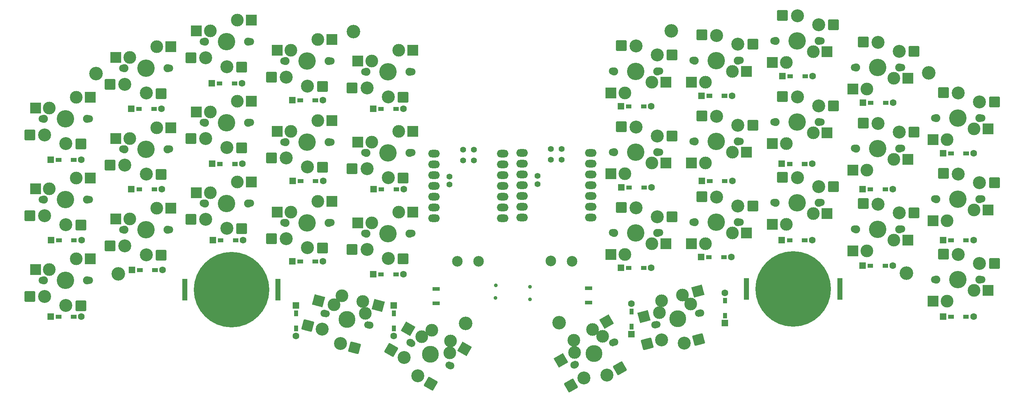
<source format=gbs>
G04 #@! TF.GenerationSoftware,KiCad,Pcbnew,(6.0.9)*
G04 #@! TF.CreationDate,2022-12-29T20:14:13-03:00*
G04 #@! TF.ProjectId,pulso - high,70756c73-6f20-42d2-9068-6967682e6b69,0.3*
G04 #@! TF.SameCoordinates,Original*
G04 #@! TF.FileFunction,Soldermask,Bot*
G04 #@! TF.FilePolarity,Negative*
%FSLAX46Y46*%
G04 Gerber Fmt 4.6, Leading zero omitted, Abs format (unit mm)*
G04 Created by KiCad (PCBNEW (6.0.9)) date 2022-12-29 20:14:13*
%MOMM*%
%LPD*%
G01*
G04 APERTURE LIST*
G04 Aperture macros list*
%AMRoundRect*
0 Rectangle with rounded corners*
0 $1 Rounding radius*
0 $2 $3 $4 $5 $6 $7 $8 $9 X,Y pos of 4 corners*
0 Add a 4 corners polygon primitive as box body*
4,1,4,$2,$3,$4,$5,$6,$7,$8,$9,$2,$3,0*
0 Add four circle primitives for the rounded corners*
1,1,$1+$1,$2,$3*
1,1,$1+$1,$4,$5*
1,1,$1+$1,$6,$7*
1,1,$1+$1,$8,$9*
0 Add four rect primitives between the rounded corners*
20,1,$1+$1,$2,$3,$4,$5,0*
20,1,$1+$1,$4,$5,$6,$7,0*
20,1,$1+$1,$6,$7,$8,$9,0*
20,1,$1+$1,$8,$9,$2,$3,0*%
%AMRotRect*
0 Rectangle, with rotation*
0 The origin of the aperture is its center*
0 $1 length*
0 $2 width*
0 $3 Rotation angle, in degrees counterclockwise*
0 Add horizontal line*
21,1,$1,$2,0,0,$3*%
G04 Aperture macros list end*
%ADD10C,0.100000*%
%ADD11O,2.750000X1.800000*%
%ADD12C,1.397000*%
%ADD13R,1.600000X1.600000*%
%ADD14C,1.600000*%
%ADD15C,2.500000*%
%ADD16C,0.900000*%
%ADD17C,17.800000*%
%ADD18R,1.270000X5.080000*%
%ADD19C,3.000000*%
%ADD20C,4.100000*%
%ADD21C,1.900000*%
%ADD22R,2.550000X2.500000*%
%ADD23C,3.400000*%
%ADD24C,3.050000*%
%ADD25C,1.800000*%
%ADD26RoundRect,0.250000X-1.025000X-1.000000X1.025000X-1.000000X1.025000X1.000000X-1.025000X1.000000X0*%
%ADD27RotRect,2.550000X2.500000X210.000000*%
%ADD28C,1.701800*%
%ADD29C,3.987800*%
%ADD30C,3.200000*%
%ADD31R,1.700000X0.900000*%
%ADD32RotRect,2.550000X2.500000X195.000000*%
%ADD33RoundRect,0.250000X1.248893X0.700636X-0.731255X1.231215X-1.248893X-0.700636X0.731255X-1.231215X0*%
%ADD34RoundRect,0.250000X1.387676X0.353525X-0.387676X1.378525X-1.387676X-0.353525X0.387676X-1.378525X0*%
%ADD35RoundRect,0.250000X0.387676X1.378525X-1.387676X0.353525X-0.387676X-1.378525X1.387676X-0.353525X0*%
%ADD36RoundRect,0.250000X0.731255X1.231215X-1.248893X0.700636X-0.731255X-1.231215X1.248893X-0.700636X0*%
%ADD37RoundRect,0.250000X1.025000X1.000000X-1.025000X1.000000X-1.025000X-1.000000X1.025000X-1.000000X0*%
%ADD38RotRect,2.550000X2.500000X345.000000*%
%ADD39RotRect,2.550000X2.500000X330.000000*%
G04 APERTURE END LIST*
G36*
X176425000Y-102399038D02*
G01*
X175575000Y-102399038D01*
X175575000Y-101199038D01*
X176425000Y-101199038D01*
X176425000Y-102399038D01*
G37*
D10*
X176425000Y-102399038D02*
X175575000Y-102399038D01*
X175575000Y-101199038D01*
X176425000Y-101199038D01*
X176425000Y-102399038D01*
G36*
X176425000Y-105949038D02*
G01*
X175575000Y-105949038D01*
X175575000Y-104749038D01*
X176425000Y-104749038D01*
X176425000Y-105949038D01*
G37*
X176425000Y-105949038D02*
X175575000Y-105949038D01*
X175575000Y-104749038D01*
X176425000Y-104749038D01*
X176425000Y-105949038D01*
G36*
X255375000Y-103425000D02*
G01*
X254175000Y-103425000D01*
X254175000Y-102575000D01*
X255375000Y-102575000D01*
X255375000Y-103425000D01*
G37*
X255375000Y-103425000D02*
X254175000Y-103425000D01*
X254175000Y-102575000D01*
X255375000Y-102575000D01*
X255375000Y-103425000D01*
G36*
X251825000Y-103425000D02*
G01*
X250625000Y-103425000D01*
X250625000Y-102575000D01*
X251825000Y-102575000D01*
X251825000Y-103425000D01*
G37*
X251825000Y-103425000D02*
X250625000Y-103425000D01*
X250625000Y-102575000D01*
X251825000Y-102575000D01*
X251825000Y-103425000D01*
G36*
X236375000Y-91425000D02*
G01*
X235175000Y-91425000D01*
X235175000Y-90575000D01*
X236375000Y-90575000D01*
X236375000Y-91425000D01*
G37*
X236375000Y-91425000D02*
X235175000Y-91425000D01*
X235175000Y-90575000D01*
X236375000Y-90575000D01*
X236375000Y-91425000D01*
G36*
X232825000Y-91425000D02*
G01*
X231625000Y-91425000D01*
X231625000Y-90575000D01*
X232825000Y-90575000D01*
X232825000Y-91425000D01*
G37*
X232825000Y-91425000D02*
X231625000Y-91425000D01*
X231625000Y-90575000D01*
X232825000Y-90575000D01*
X232825000Y-91425000D01*
G36*
X217375000Y-85425000D02*
G01*
X216175000Y-85425000D01*
X216175000Y-84575000D01*
X217375000Y-84575000D01*
X217375000Y-85425000D01*
G37*
X217375000Y-85425000D02*
X216175000Y-85425000D01*
X216175000Y-84575000D01*
X217375000Y-84575000D01*
X217375000Y-85425000D01*
G36*
X213825000Y-85425000D02*
G01*
X212625000Y-85425000D01*
X212625000Y-84575000D01*
X213825000Y-84575000D01*
X213825000Y-85425000D01*
G37*
X213825000Y-85425000D02*
X212625000Y-85425000D01*
X212625000Y-84575000D01*
X213825000Y-84575000D01*
X213825000Y-85425000D01*
G36*
X198375000Y-89425000D02*
G01*
X197175000Y-89425000D01*
X197175000Y-88575000D01*
X198375000Y-88575000D01*
X198375000Y-89425000D01*
G37*
X198375000Y-89425000D02*
X197175000Y-89425000D01*
X197175000Y-88575000D01*
X198375000Y-88575000D01*
X198375000Y-89425000D01*
G36*
X194825000Y-89425000D02*
G01*
X193625000Y-89425000D01*
X193625000Y-88575000D01*
X194825000Y-88575000D01*
X194825000Y-89425000D01*
G37*
X194825000Y-89425000D02*
X193625000Y-89425000D01*
X193625000Y-88575000D01*
X194825000Y-88575000D01*
X194825000Y-89425000D01*
G36*
X255375000Y-85425000D02*
G01*
X254175000Y-85425000D01*
X254175000Y-84575000D01*
X255375000Y-84575000D01*
X255375000Y-85425000D01*
G37*
X255375000Y-85425000D02*
X254175000Y-85425000D01*
X254175000Y-84575000D01*
X255375000Y-84575000D01*
X255375000Y-85425000D01*
G36*
X251825000Y-85425000D02*
G01*
X250625000Y-85425000D01*
X250625000Y-84575000D01*
X251825000Y-84575000D01*
X251825000Y-85425000D01*
G37*
X251825000Y-85425000D02*
X250625000Y-85425000D01*
X250625000Y-84575000D01*
X251825000Y-84575000D01*
X251825000Y-85425000D01*
G36*
X236375000Y-73425000D02*
G01*
X235175000Y-73425000D01*
X235175000Y-72575000D01*
X236375000Y-72575000D01*
X236375000Y-73425000D01*
G37*
X236375000Y-73425000D02*
X235175000Y-73425000D01*
X235175000Y-72575000D01*
X236375000Y-72575000D01*
X236375000Y-73425000D01*
G36*
X232825000Y-73425000D02*
G01*
X231625000Y-73425000D01*
X231625000Y-72575000D01*
X232825000Y-72575000D01*
X232825000Y-73425000D01*
G37*
X232825000Y-73425000D02*
X231625000Y-73425000D01*
X231625000Y-72575000D01*
X232825000Y-72575000D01*
X232825000Y-73425000D01*
G36*
X217375000Y-67425000D02*
G01*
X216175000Y-67425000D01*
X216175000Y-66575000D01*
X217375000Y-66575000D01*
X217375000Y-67425000D01*
G37*
X217375000Y-67425000D02*
X216175000Y-67425000D01*
X216175000Y-66575000D01*
X217375000Y-66575000D01*
X217375000Y-67425000D01*
G36*
X213825000Y-67425000D02*
G01*
X212625000Y-67425000D01*
X212625000Y-66575000D01*
X213825000Y-66575000D01*
X213825000Y-67425000D01*
G37*
X213825000Y-67425000D02*
X212625000Y-67425000D01*
X212625000Y-66575000D01*
X213825000Y-66575000D01*
X213825000Y-67425000D01*
G36*
X198563848Y-71425000D02*
G01*
X197363848Y-71425000D01*
X197363848Y-70575000D01*
X198563848Y-70575000D01*
X198563848Y-71425000D01*
G37*
X198563848Y-71425000D02*
X197363848Y-71425000D01*
X197363848Y-70575000D01*
X198563848Y-70575000D01*
X198563848Y-71425000D01*
G36*
X195013848Y-71425000D02*
G01*
X193813848Y-71425000D01*
X193813848Y-70575000D01*
X195013848Y-70575000D01*
X195013848Y-71425000D01*
G37*
X195013848Y-71425000D02*
X193813848Y-71425000D01*
X193813848Y-70575000D01*
X195013848Y-70575000D01*
X195013848Y-71425000D01*
G36*
X198425000Y-99825000D02*
G01*
X197575000Y-99825000D01*
X197575000Y-98625000D01*
X198425000Y-98625000D01*
X198425000Y-99825000D01*
G37*
X198425000Y-99825000D02*
X197575000Y-99825000D01*
X197575000Y-98625000D01*
X198425000Y-98625000D01*
X198425000Y-99825000D01*
G36*
X198425000Y-103375000D02*
G01*
X197575000Y-103375000D01*
X197575000Y-102175000D01*
X198425000Y-102175000D01*
X198425000Y-103375000D01*
G37*
X198425000Y-103375000D02*
X197575000Y-103375000D01*
X197575000Y-102175000D01*
X198425000Y-102175000D01*
X198425000Y-103375000D01*
G36*
X120425000Y-102825000D02*
G01*
X119575000Y-102825000D01*
X119575000Y-101625000D01*
X120425000Y-101625000D01*
X120425000Y-102825000D01*
G37*
X120425000Y-102825000D02*
X119575000Y-102825000D01*
X119575000Y-101625000D01*
X120425000Y-101625000D01*
X120425000Y-102825000D01*
G36*
X120425000Y-106375000D02*
G01*
X119575000Y-106375000D01*
X119575000Y-105175000D01*
X120425000Y-105175000D01*
X120425000Y-106375000D01*
G37*
X120425000Y-106375000D02*
X119575000Y-106375000D01*
X119575000Y-105175000D01*
X120425000Y-105175000D01*
X120425000Y-106375000D01*
G36*
X97425000Y-106375000D02*
G01*
X96575000Y-106375000D01*
X96575000Y-105175000D01*
X97425000Y-105175000D01*
X97425000Y-106375000D01*
G37*
X97425000Y-106375000D02*
X96575000Y-106375000D01*
X96575000Y-105175000D01*
X97425000Y-105175000D01*
X97425000Y-106375000D01*
G36*
X97425000Y-102825000D02*
G01*
X96575000Y-102825000D01*
X96575000Y-101625000D01*
X97425000Y-101625000D01*
X97425000Y-102825000D01*
G37*
X97425000Y-102825000D02*
X96575000Y-102825000D01*
X96575000Y-101625000D01*
X97425000Y-101625000D01*
X97425000Y-102825000D01*
G36*
X179488848Y-53865000D02*
G01*
X178288848Y-53865000D01*
X178288848Y-53015000D01*
X179488848Y-53015000D01*
X179488848Y-53865000D01*
G37*
X179488848Y-53865000D02*
X178288848Y-53865000D01*
X178288848Y-53015000D01*
X179488848Y-53015000D01*
X179488848Y-53865000D01*
G36*
X175938848Y-53865000D02*
G01*
X174738848Y-53865000D01*
X174738848Y-53015000D01*
X175938848Y-53015000D01*
X175938848Y-53865000D01*
G37*
X175938848Y-53865000D02*
X174738848Y-53865000D01*
X174738848Y-53015000D01*
X175938848Y-53015000D01*
X175938848Y-53865000D01*
G36*
X179563848Y-72965000D02*
G01*
X178363848Y-72965000D01*
X178363848Y-72115000D01*
X179563848Y-72115000D01*
X179563848Y-72965000D01*
G37*
X179563848Y-72965000D02*
X178363848Y-72965000D01*
X178363848Y-72115000D01*
X179563848Y-72115000D01*
X179563848Y-72965000D01*
G36*
X176013848Y-72965000D02*
G01*
X174813848Y-72965000D01*
X174813848Y-72115000D01*
X176013848Y-72115000D01*
X176013848Y-72965000D01*
G37*
X176013848Y-72965000D02*
X174813848Y-72965000D01*
X174813848Y-72115000D01*
X176013848Y-72115000D01*
X176013848Y-72965000D01*
G36*
X179488848Y-91915000D02*
G01*
X178288848Y-91915000D01*
X178288848Y-91065000D01*
X179488848Y-91065000D01*
X179488848Y-91915000D01*
G37*
X179488848Y-91915000D02*
X178288848Y-91915000D01*
X178288848Y-91065000D01*
X179488848Y-91065000D01*
X179488848Y-91915000D01*
G36*
X175938848Y-91915000D02*
G01*
X174738848Y-91915000D01*
X174738848Y-91065000D01*
X175938848Y-91065000D01*
X175938848Y-91915000D01*
G37*
X175938848Y-91915000D02*
X174738848Y-91915000D01*
X174738848Y-91065000D01*
X175938848Y-91065000D01*
X175938848Y-91915000D01*
G36*
X198488848Y-51340000D02*
G01*
X197288848Y-51340000D01*
X197288848Y-50490000D01*
X198488848Y-50490000D01*
X198488848Y-51340000D01*
G37*
X198488848Y-51340000D02*
X197288848Y-51340000D01*
X197288848Y-50490000D01*
X198488848Y-50490000D01*
X198488848Y-51340000D01*
G36*
X194938848Y-51340000D02*
G01*
X193738848Y-51340000D01*
X193738848Y-50490000D01*
X194938848Y-50490000D01*
X194938848Y-51340000D01*
G37*
X194938848Y-51340000D02*
X193738848Y-51340000D01*
X193738848Y-50490000D01*
X194938848Y-50490000D01*
X194938848Y-51340000D01*
G36*
X217478848Y-46748000D02*
G01*
X216278848Y-46748000D01*
X216278848Y-45898000D01*
X217478848Y-45898000D01*
X217478848Y-46748000D01*
G37*
X217478848Y-46748000D02*
X216278848Y-46748000D01*
X216278848Y-45898000D01*
X217478848Y-45898000D01*
X217478848Y-46748000D01*
G36*
X213928848Y-46748000D02*
G01*
X212728848Y-46748000D01*
X212728848Y-45898000D01*
X213928848Y-45898000D01*
X213928848Y-46748000D01*
G37*
X213928848Y-46748000D02*
X212728848Y-46748000D01*
X212728848Y-45898000D01*
X213928848Y-45898000D01*
X213928848Y-46748000D01*
G36*
X236478848Y-52998000D02*
G01*
X235278848Y-52998000D01*
X235278848Y-52148000D01*
X236478848Y-52148000D01*
X236478848Y-52998000D01*
G37*
X236478848Y-52998000D02*
X235278848Y-52998000D01*
X235278848Y-52148000D01*
X236478848Y-52148000D01*
X236478848Y-52998000D01*
G36*
X232928848Y-52998000D02*
G01*
X231728848Y-52998000D01*
X231728848Y-52148000D01*
X232928848Y-52148000D01*
X232928848Y-52998000D01*
G37*
X232928848Y-52998000D02*
X231728848Y-52998000D01*
X231728848Y-52148000D01*
X232928848Y-52148000D01*
X232928848Y-52998000D01*
G36*
X251831000Y-64929295D02*
G01*
X250631000Y-64929295D01*
X250631000Y-64079295D01*
X251831000Y-64079295D01*
X251831000Y-64929295D01*
G37*
X251831000Y-64929295D02*
X250631000Y-64929295D01*
X250631000Y-64079295D01*
X251831000Y-64079295D01*
X251831000Y-64929295D01*
G36*
X255381000Y-64929295D02*
G01*
X254181000Y-64929295D01*
X254181000Y-64079295D01*
X255381000Y-64079295D01*
X255381000Y-64929295D01*
G37*
X255381000Y-64929295D02*
X254181000Y-64929295D01*
X254181000Y-64079295D01*
X255381000Y-64079295D01*
X255381000Y-64929295D01*
G36*
X121136652Y-93425000D02*
G01*
X119936652Y-93425000D01*
X119936652Y-92575000D01*
X121136652Y-92575000D01*
X121136652Y-93425000D01*
G37*
X121136652Y-93425000D02*
X119936652Y-93425000D01*
X119936652Y-92575000D01*
X121136652Y-92575000D01*
X121136652Y-93425000D01*
G36*
X117586652Y-93425000D02*
G01*
X116386652Y-93425000D01*
X116386652Y-92575000D01*
X117586652Y-92575000D01*
X117586652Y-93425000D01*
G37*
X117586652Y-93425000D02*
X116386652Y-93425000D01*
X116386652Y-92575000D01*
X117586652Y-92575000D01*
X117586652Y-93425000D01*
G36*
X117586652Y-54425000D02*
G01*
X116386652Y-54425000D01*
X116386652Y-53575000D01*
X117586652Y-53575000D01*
X117586652Y-54425000D01*
G37*
X117586652Y-54425000D02*
X116386652Y-54425000D01*
X116386652Y-53575000D01*
X117586652Y-53575000D01*
X117586652Y-54425000D01*
G36*
X121136652Y-54425000D02*
G01*
X119936652Y-54425000D01*
X119936652Y-53575000D01*
X121136652Y-53575000D01*
X121136652Y-54425000D01*
G37*
X121136652Y-54425000D02*
X119936652Y-54425000D01*
X119936652Y-53575000D01*
X121136652Y-53575000D01*
X121136652Y-54425000D01*
G36*
X121211652Y-73425000D02*
G01*
X120011652Y-73425000D01*
X120011652Y-72575000D01*
X121211652Y-72575000D01*
X121211652Y-73425000D01*
G37*
X121211652Y-73425000D02*
X120011652Y-73425000D01*
X120011652Y-72575000D01*
X121211652Y-72575000D01*
X121211652Y-73425000D01*
G36*
X117661652Y-73425000D02*
G01*
X116461652Y-73425000D01*
X116461652Y-72575000D01*
X117661652Y-72575000D01*
X117661652Y-73425000D01*
G37*
X117661652Y-73425000D02*
X116461652Y-73425000D01*
X116461652Y-72575000D01*
X117661652Y-72575000D01*
X117661652Y-73425000D01*
G36*
X102136652Y-90425000D02*
G01*
X100936652Y-90425000D01*
X100936652Y-89575000D01*
X102136652Y-89575000D01*
X102136652Y-90425000D01*
G37*
X102136652Y-90425000D02*
X100936652Y-90425000D01*
X100936652Y-89575000D01*
X102136652Y-89575000D01*
X102136652Y-90425000D01*
G36*
X98586652Y-90425000D02*
G01*
X97386652Y-90425000D01*
X97386652Y-89575000D01*
X98586652Y-89575000D01*
X98586652Y-90425000D01*
G37*
X98586652Y-90425000D02*
X97386652Y-90425000D01*
X97386652Y-89575000D01*
X98586652Y-89575000D01*
X98586652Y-90425000D01*
G36*
X98586652Y-52425000D02*
G01*
X97386652Y-52425000D01*
X97386652Y-51575000D01*
X98586652Y-51575000D01*
X98586652Y-52425000D01*
G37*
X98586652Y-52425000D02*
X97386652Y-52425000D01*
X97386652Y-51575000D01*
X98586652Y-51575000D01*
X98586652Y-52425000D01*
G36*
X102136652Y-52425000D02*
G01*
X100936652Y-52425000D01*
X100936652Y-51575000D01*
X102136652Y-51575000D01*
X102136652Y-52425000D01*
G37*
X102136652Y-52425000D02*
X100936652Y-52425000D01*
X100936652Y-51575000D01*
X102136652Y-51575000D01*
X102136652Y-52425000D01*
G36*
X102211652Y-71425000D02*
G01*
X101011652Y-71425000D01*
X101011652Y-70575000D01*
X102211652Y-70575000D01*
X102211652Y-71425000D01*
G37*
X102211652Y-71425000D02*
X101011652Y-71425000D01*
X101011652Y-70575000D01*
X102211652Y-70575000D01*
X102211652Y-71425000D01*
G36*
X98661652Y-71425000D02*
G01*
X97461652Y-71425000D01*
X97461652Y-70575000D01*
X98661652Y-70575000D01*
X98661652Y-71425000D01*
G37*
X98661652Y-71425000D02*
X97461652Y-71425000D01*
X97461652Y-70575000D01*
X98661652Y-70575000D01*
X98661652Y-71425000D01*
G36*
X83375000Y-85425000D02*
G01*
X82175000Y-85425000D01*
X82175000Y-84575000D01*
X83375000Y-84575000D01*
X83375000Y-85425000D01*
G37*
X83375000Y-85425000D02*
X82175000Y-85425000D01*
X82175000Y-84575000D01*
X83375000Y-84575000D01*
X83375000Y-85425000D01*
G36*
X79825000Y-85425000D02*
G01*
X78625000Y-85425000D01*
X78625000Y-84575000D01*
X79825000Y-84575000D01*
X79825000Y-85425000D01*
G37*
X79825000Y-85425000D02*
X78625000Y-85425000D01*
X78625000Y-84575000D01*
X79825000Y-84575000D01*
X79825000Y-85425000D01*
G36*
X83221652Y-67425000D02*
G01*
X82021652Y-67425000D01*
X82021652Y-66575000D01*
X83221652Y-66575000D01*
X83221652Y-67425000D01*
G37*
X83221652Y-67425000D02*
X82021652Y-67425000D01*
X82021652Y-66575000D01*
X83221652Y-66575000D01*
X83221652Y-67425000D01*
G36*
X79671652Y-67425000D02*
G01*
X78471652Y-67425000D01*
X78471652Y-66575000D01*
X79671652Y-66575000D01*
X79671652Y-67425000D01*
G37*
X79671652Y-67425000D02*
X78471652Y-67425000D01*
X78471652Y-66575000D01*
X79671652Y-66575000D01*
X79671652Y-67425000D01*
G36*
X79596652Y-48425000D02*
G01*
X78396652Y-48425000D01*
X78396652Y-47575000D01*
X79596652Y-47575000D01*
X79596652Y-48425000D01*
G37*
X79596652Y-48425000D02*
X78396652Y-48425000D01*
X78396652Y-47575000D01*
X79596652Y-47575000D01*
X79596652Y-48425000D01*
G36*
X83146652Y-48425000D02*
G01*
X81946652Y-48425000D01*
X81946652Y-47575000D01*
X83146652Y-47575000D01*
X83146652Y-48425000D01*
G37*
X83146652Y-48425000D02*
X81946652Y-48425000D01*
X81946652Y-47575000D01*
X83146652Y-47575000D01*
X83146652Y-48425000D01*
G36*
X64375000Y-92425000D02*
G01*
X63175000Y-92425000D01*
X63175000Y-91575000D01*
X64375000Y-91575000D01*
X64375000Y-92425000D01*
G37*
X64375000Y-92425000D02*
X63175000Y-92425000D01*
X63175000Y-91575000D01*
X64375000Y-91575000D01*
X64375000Y-92425000D01*
G36*
X60825000Y-92425000D02*
G01*
X59625000Y-92425000D01*
X59625000Y-91575000D01*
X60825000Y-91575000D01*
X60825000Y-92425000D01*
G37*
X60825000Y-92425000D02*
X59625000Y-92425000D01*
X59625000Y-91575000D01*
X60825000Y-91575000D01*
X60825000Y-92425000D01*
G36*
X64221652Y-73425000D02*
G01*
X63021652Y-73425000D01*
X63021652Y-72575000D01*
X64221652Y-72575000D01*
X64221652Y-73425000D01*
G37*
X64221652Y-73425000D02*
X63021652Y-73425000D01*
X63021652Y-72575000D01*
X64221652Y-72575000D01*
X64221652Y-73425000D01*
G36*
X60671652Y-73425000D02*
G01*
X59471652Y-73425000D01*
X59471652Y-72575000D01*
X60671652Y-72575000D01*
X60671652Y-73425000D01*
G37*
X60671652Y-73425000D02*
X59471652Y-73425000D01*
X59471652Y-72575000D01*
X60671652Y-72575000D01*
X60671652Y-73425000D01*
G36*
X60596652Y-54425000D02*
G01*
X59396652Y-54425000D01*
X59396652Y-53575000D01*
X60596652Y-53575000D01*
X60596652Y-54425000D01*
G37*
X60596652Y-54425000D02*
X59396652Y-54425000D01*
X59396652Y-53575000D01*
X60596652Y-53575000D01*
X60596652Y-54425000D01*
G36*
X64146652Y-54425000D02*
G01*
X62946652Y-54425000D01*
X62946652Y-53575000D01*
X64146652Y-53575000D01*
X64146652Y-54425000D01*
G37*
X64146652Y-54425000D02*
X62946652Y-54425000D01*
X62946652Y-53575000D01*
X64146652Y-53575000D01*
X64146652Y-54425000D01*
G36*
X41769500Y-85425000D02*
G01*
X40569500Y-85425000D01*
X40569500Y-84575000D01*
X41769500Y-84575000D01*
X41769500Y-85425000D01*
G37*
X41769500Y-85425000D02*
X40569500Y-85425000D01*
X40569500Y-84575000D01*
X41769500Y-84575000D01*
X41769500Y-85425000D01*
G36*
X45319500Y-85425000D02*
G01*
X44119500Y-85425000D01*
X44119500Y-84575000D01*
X45319500Y-84575000D01*
X45319500Y-85425000D01*
G37*
X45319500Y-85425000D02*
X44119500Y-85425000D01*
X44119500Y-84575000D01*
X45319500Y-84575000D01*
X45319500Y-85425000D01*
G36*
X41694500Y-103425000D02*
G01*
X40494500Y-103425000D01*
X40494500Y-102575000D01*
X41694500Y-102575000D01*
X41694500Y-103425000D01*
G37*
X41694500Y-103425000D02*
X40494500Y-103425000D01*
X40494500Y-102575000D01*
X41694500Y-102575000D01*
X41694500Y-103425000D01*
G36*
X45244500Y-103425000D02*
G01*
X44044500Y-103425000D01*
X44044500Y-102575000D01*
X45244500Y-102575000D01*
X45244500Y-103425000D01*
G37*
X45244500Y-103425000D02*
X44044500Y-103425000D01*
X44044500Y-102575000D01*
X45244500Y-102575000D01*
X45244500Y-103425000D01*
G36*
X41694500Y-66425000D02*
G01*
X40494500Y-66425000D01*
X40494500Y-65575000D01*
X41694500Y-65575000D01*
X41694500Y-66425000D01*
G37*
X41694500Y-66425000D02*
X40494500Y-66425000D01*
X40494500Y-65575000D01*
X41694500Y-65575000D01*
X41694500Y-66425000D01*
G36*
X45244500Y-66425000D02*
G01*
X44044500Y-66425000D01*
X44044500Y-65575000D01*
X45244500Y-65575000D01*
X45244500Y-66425000D01*
G37*
X45244500Y-66425000D02*
X44044500Y-66425000D01*
X44044500Y-65575000D01*
X45244500Y-65575000D01*
X45244500Y-66425000D01*
D11*
X150255000Y-64454907D03*
X150255000Y-66994907D03*
X150255000Y-69534907D03*
X150255000Y-72074907D03*
X150255000Y-74614907D03*
X150255000Y-77154907D03*
X150255000Y-79694907D03*
X166445000Y-79694907D03*
X166445000Y-77154907D03*
X166445000Y-74614907D03*
X166445000Y-72074907D03*
X166445000Y-69534907D03*
X166445000Y-66994907D03*
X166445000Y-64454907D03*
D12*
X157080000Y-63502907D03*
X159620000Y-63502907D03*
X157080000Y-66042907D03*
X159620000Y-66042907D03*
X153905000Y-71757907D03*
X153905000Y-69852907D03*
D13*
X176000000Y-107150038D03*
D14*
X176000000Y-99998038D03*
D13*
X249424000Y-103000000D03*
D14*
X256576000Y-103000000D03*
D13*
X230424000Y-91000000D03*
D14*
X237576000Y-91000000D03*
D13*
X211424000Y-85000000D03*
D14*
X218576000Y-85000000D03*
D13*
X192424000Y-89000000D03*
D14*
X199576000Y-89000000D03*
D13*
X249424000Y-85000000D03*
D14*
X256576000Y-85000000D03*
D13*
X230424000Y-73000000D03*
D14*
X237576000Y-73000000D03*
D13*
X211424000Y-67000000D03*
D14*
X218576000Y-67000000D03*
D13*
X192612848Y-71000000D03*
D14*
X199764848Y-71000000D03*
D13*
X198000000Y-104576000D03*
D14*
X198000000Y-97424000D03*
D13*
X120000000Y-100424000D03*
D14*
X120000000Y-107576000D03*
D13*
X97000000Y-100424000D03*
D14*
X97000000Y-107576000D03*
D15*
X140000000Y-90000000D03*
X157075000Y-89900000D03*
X135000000Y-90000000D03*
X162000000Y-90000000D03*
D16*
X144000000Y-98625000D03*
X144050000Y-95625000D03*
X152150000Y-96000000D03*
X152100000Y-99000000D03*
D17*
X214108152Y-96504295D03*
D18*
X225093152Y-96504295D03*
X203123152Y-96504295D03*
D19*
X174473848Y-69328000D03*
D20*
X177013848Y-64248000D03*
D21*
X171933848Y-64248000D03*
D19*
X180823848Y-66788000D03*
D21*
X182093848Y-64248000D03*
D22*
X184098848Y-66788000D03*
X171171848Y-69328000D03*
D13*
X173537848Y-53440000D03*
D14*
X180689848Y-53440000D03*
D19*
X174473848Y-88363000D03*
D20*
X177013848Y-83283000D03*
D21*
X171933848Y-83283000D03*
D19*
X180823848Y-85823000D03*
D21*
X182093848Y-83283000D03*
D22*
X184098848Y-85823000D03*
X171171848Y-88363000D03*
D23*
X177091000Y-45126205D03*
D24*
X182091000Y-41326205D03*
D25*
X182591000Y-45126205D03*
X171591000Y-45126205D03*
D24*
X177091000Y-39226205D03*
D26*
X173591000Y-39126205D03*
X185591000Y-41326205D03*
D13*
X173612848Y-72540000D03*
D14*
X180764848Y-72540000D03*
D23*
X177091000Y-83251205D03*
D24*
X182091000Y-79451205D03*
D25*
X182591000Y-83251205D03*
X171591000Y-83251205D03*
D24*
X177091000Y-77351205D03*
D26*
X173591000Y-77251205D03*
X185591000Y-79451205D03*
D23*
X177091000Y-64216205D03*
D24*
X182091000Y-60416205D03*
D25*
X182591000Y-64216205D03*
X171591000Y-64216205D03*
D24*
X177091000Y-58316205D03*
D26*
X173591000Y-58216205D03*
X185591000Y-60416205D03*
D13*
X173537848Y-91490000D03*
D14*
X180689848Y-91490000D03*
D19*
X174473848Y-50238000D03*
D20*
X177013848Y-45158000D03*
D21*
X171933848Y-45158000D03*
D19*
X180823848Y-47698000D03*
D21*
X182093848Y-45158000D03*
D22*
X184098848Y-47698000D03*
X171171848Y-50238000D03*
D19*
X193473848Y-66803000D03*
D20*
X196013848Y-61723000D03*
D21*
X190933848Y-61723000D03*
D19*
X199823848Y-64263000D03*
D21*
X201093848Y-61723000D03*
D22*
X203098848Y-64263000D03*
X190171848Y-66803000D03*
D19*
X193473848Y-47713000D03*
D20*
X196013848Y-42633000D03*
D21*
X190933848Y-42633000D03*
D19*
X199823848Y-45173000D03*
D21*
X201093848Y-42633000D03*
D22*
X203098848Y-45173000D03*
X190171848Y-47713000D03*
D19*
X193473848Y-85838000D03*
D20*
X196013848Y-80758000D03*
D21*
X190933848Y-80758000D03*
D19*
X199823848Y-83298000D03*
D21*
X201093848Y-80758000D03*
D22*
X203098848Y-83298000D03*
X190171848Y-85838000D03*
D23*
X196091000Y-42601205D03*
D24*
X201091000Y-38801205D03*
D25*
X201591000Y-42601205D03*
X190591000Y-42601205D03*
D24*
X196091000Y-36701205D03*
D26*
X192591000Y-36601205D03*
X204591000Y-38801205D03*
D13*
X192537848Y-50915000D03*
D14*
X199689848Y-50915000D03*
D23*
X196091000Y-80726205D03*
D24*
X201091000Y-76926205D03*
D25*
X201591000Y-80726205D03*
X190591000Y-80726205D03*
D24*
X196091000Y-74826205D03*
D26*
X192591000Y-74726205D03*
X204591000Y-76926205D03*
D23*
X196091000Y-61691205D03*
D24*
X201091000Y-57891205D03*
D25*
X201591000Y-61691205D03*
X190591000Y-61691205D03*
D24*
X196091000Y-55791205D03*
D26*
X192591000Y-55691205D03*
X204591000Y-57891205D03*
D19*
X212463848Y-43121000D03*
D20*
X215003848Y-38041000D03*
D21*
X209923848Y-38041000D03*
D19*
X218813848Y-40581000D03*
D21*
X220083848Y-38041000D03*
D22*
X222088848Y-40581000D03*
X209161848Y-43121000D03*
D23*
X215081000Y-38009205D03*
D24*
X220081000Y-34209205D03*
D25*
X220581000Y-38009205D03*
X209581000Y-38009205D03*
D24*
X215081000Y-32109205D03*
D26*
X211581000Y-32009205D03*
X223581000Y-34209205D03*
D23*
X215081000Y-57099205D03*
D24*
X220081000Y-53299205D03*
D25*
X220581000Y-57099205D03*
X209581000Y-57099205D03*
D24*
X215081000Y-51199205D03*
D26*
X211581000Y-51099205D03*
X223581000Y-53299205D03*
D13*
X211527848Y-46323000D03*
D14*
X218679848Y-46323000D03*
D19*
X212463848Y-62211000D03*
D20*
X215003848Y-57131000D03*
D21*
X209923848Y-57131000D03*
D19*
X218813848Y-59671000D03*
D21*
X220083848Y-57131000D03*
D22*
X222088848Y-59671000D03*
X209161848Y-62211000D03*
D23*
X215081000Y-76134205D03*
D24*
X220081000Y-72334205D03*
D25*
X220581000Y-76134205D03*
X209581000Y-76134205D03*
D24*
X215081000Y-70234205D03*
D26*
X211581000Y-70134205D03*
X223581000Y-72334205D03*
D19*
X212463848Y-81246000D03*
D20*
X215003848Y-76166000D03*
D21*
X209923848Y-76166000D03*
D19*
X218813848Y-78706000D03*
D21*
X220083848Y-76166000D03*
D22*
X222088848Y-78706000D03*
X209161848Y-81246000D03*
D13*
X230527848Y-52573000D03*
D14*
X237679848Y-52573000D03*
D22*
X228161848Y-49371000D03*
X241088848Y-46831000D03*
D21*
X239083848Y-44291000D03*
D19*
X237813848Y-46831000D03*
D21*
X228923848Y-44291000D03*
D20*
X234003848Y-44291000D03*
D19*
X231463848Y-49371000D03*
X231463848Y-68461000D03*
D20*
X234003848Y-63381000D03*
D21*
X228923848Y-63381000D03*
D19*
X237813848Y-65921000D03*
D21*
X239083848Y-63381000D03*
D22*
X241088848Y-65921000D03*
X228161848Y-68461000D03*
D26*
X242581000Y-40459205D03*
X230581000Y-38259205D03*
D24*
X234081000Y-38359205D03*
D25*
X228581000Y-44259205D03*
X239581000Y-44259205D03*
D24*
X239081000Y-40459205D03*
D23*
X234081000Y-44259205D03*
X234081000Y-63349205D03*
D24*
X239081000Y-59549205D03*
D25*
X239581000Y-63349205D03*
X228581000Y-63349205D03*
D24*
X234081000Y-57449205D03*
D26*
X230581000Y-57349205D03*
X242581000Y-59549205D03*
D19*
X231463848Y-87496000D03*
D20*
X234003848Y-82416000D03*
D21*
X228923848Y-82416000D03*
D19*
X237813848Y-84956000D03*
D21*
X239083848Y-82416000D03*
D22*
X241088848Y-84956000D03*
X228161848Y-87496000D03*
D23*
X234081000Y-82384205D03*
D24*
X239081000Y-78584205D03*
D25*
X239581000Y-82384205D03*
X228581000Y-82384205D03*
D24*
X234081000Y-76484205D03*
D26*
X230581000Y-76384205D03*
X242581000Y-78584205D03*
X261483152Y-90515500D03*
X249483152Y-88315500D03*
D24*
X252983152Y-88415500D03*
D25*
X247483152Y-94315500D03*
X258483152Y-94315500D03*
D24*
X257983152Y-90515500D03*
D23*
X252983152Y-94315500D03*
D22*
X247064000Y-61302295D03*
X259991000Y-58762295D03*
D21*
X257986000Y-56222295D03*
D19*
X256716000Y-58762295D03*
D21*
X247826000Y-56222295D03*
D20*
X252906000Y-56222295D03*
D19*
X250366000Y-61302295D03*
X250366000Y-80392295D03*
D20*
X252906000Y-75312295D03*
D21*
X247826000Y-75312295D03*
D19*
X256716000Y-77852295D03*
D21*
X257986000Y-75312295D03*
D22*
X259991000Y-77852295D03*
X247064000Y-80392295D03*
D26*
X261483152Y-52390500D03*
X249483152Y-50190500D03*
D24*
X252983152Y-50290500D03*
D25*
X247483152Y-56190500D03*
X258483152Y-56190500D03*
D24*
X257983152Y-52390500D03*
D23*
X252983152Y-56190500D03*
D22*
X247064000Y-99427295D03*
X259991000Y-96887295D03*
D21*
X257986000Y-94347295D03*
D19*
X256716000Y-96887295D03*
D21*
X247826000Y-94347295D03*
D20*
X252906000Y-94347295D03*
D19*
X250366000Y-99427295D03*
D14*
X256582000Y-64504295D03*
D13*
X249430000Y-64504295D03*
D23*
X252983152Y-75280500D03*
D24*
X257983152Y-71480500D03*
D25*
X258483152Y-75280500D03*
X247483152Y-75280500D03*
D24*
X252983152Y-69380500D03*
D26*
X249483152Y-69280500D03*
X261483152Y-71480500D03*
D27*
X159413848Y-113339295D03*
X170138300Y-104214591D03*
D28*
X162831591Y-114299000D03*
X171630409Y-109219000D03*
D19*
X162491295Y-108629591D03*
D29*
X167231000Y-111759000D03*
D19*
X166890705Y-106089591D03*
X162661443Y-111464295D03*
X169260557Y-107654295D03*
D30*
X158989000Y-104477000D03*
D31*
X165890000Y-99713000D03*
X165890000Y-96313000D03*
D28*
X191815903Y-102228199D03*
D19*
X182571422Y-102075649D03*
D29*
X186909000Y-103543000D03*
D19*
X183140748Y-99293497D03*
X189931777Y-100103448D03*
X188047651Y-97978696D03*
D28*
X182002097Y-104857801D03*
D32*
X191669873Y-97008125D03*
X178949200Y-103046220D03*
D30*
X240777000Y-92793000D03*
X245984000Y-45549000D03*
X185405000Y-35643000D03*
D24*
X107494620Y-109348962D03*
D25*
X103709060Y-102226495D03*
D23*
X109021652Y-103650000D03*
D25*
X114334244Y-105073505D03*
D24*
X103208510Y-106026423D03*
D33*
X110849478Y-110351422D03*
X99827770Y-105120556D03*
D23*
X128690250Y-111875000D03*
D24*
X125740250Y-116984550D03*
X122460123Y-112665897D03*
D25*
X133453390Y-114625000D03*
X123927110Y-109125000D03*
D34*
X128721339Y-118821152D03*
X119429034Y-110915897D03*
D24*
X170225500Y-116857550D03*
D25*
X162512360Y-114498000D03*
X172038640Y-108998000D03*
D23*
X167275500Y-111748000D03*
D24*
X164845373Y-117538897D03*
D35*
X173306589Y-115194152D03*
X161814284Y-119288897D03*
D24*
X183077351Y-108538651D03*
D25*
X192236060Y-102150533D03*
D23*
X186923468Y-103574038D03*
D25*
X181610876Y-104997543D03*
D24*
X188450500Y-109273000D03*
D36*
X191857123Y-108463726D03*
X179696611Y-109444518D03*
D13*
X115185652Y-93000000D03*
D14*
X122337652Y-93000000D03*
X122337652Y-54000000D03*
D13*
X115185652Y-54000000D03*
X115260652Y-73000000D03*
D14*
X122412652Y-73000000D03*
D23*
X118738804Y-45278205D03*
D24*
X113738804Y-49078205D03*
D25*
X113238804Y-45278205D03*
X124238804Y-45278205D03*
D24*
X118738804Y-51178205D03*
D37*
X122238804Y-51278205D03*
X110238804Y-49078205D03*
D19*
X121201652Y-40230000D03*
D20*
X118661652Y-45310000D03*
D21*
X123741652Y-45310000D03*
D19*
X114851652Y-42770000D03*
D21*
X113581652Y-45310000D03*
D22*
X111576652Y-42770000D03*
X124503652Y-40230000D03*
X124503652Y-59320000D03*
X111576652Y-61860000D03*
D21*
X113581652Y-64400000D03*
D19*
X114851652Y-61860000D03*
D21*
X123741652Y-64400000D03*
D20*
X118661652Y-64400000D03*
D19*
X121201652Y-59320000D03*
D37*
X110238804Y-68168205D03*
X122238804Y-70368205D03*
D24*
X118738804Y-70268205D03*
D25*
X124238804Y-64368205D03*
X113238804Y-64368205D03*
D24*
X113738804Y-68168205D03*
D23*
X118738804Y-64368205D03*
X118738804Y-83403205D03*
D24*
X113738804Y-87203205D03*
D25*
X113238804Y-83403205D03*
X124238804Y-83403205D03*
D24*
X118738804Y-89303205D03*
D37*
X122238804Y-89403205D03*
X110238804Y-87203205D03*
D22*
X124503652Y-78355000D03*
X111576652Y-80895000D03*
D21*
X113581652Y-83435000D03*
D19*
X114851652Y-80895000D03*
D21*
X123741652Y-83435000D03*
D20*
X118661652Y-83435000D03*
D19*
X121201652Y-78355000D03*
D13*
X96185652Y-90000000D03*
D14*
X103337652Y-90000000D03*
X103337652Y-52000000D03*
D13*
X96185652Y-52000000D03*
X96260652Y-71000000D03*
D14*
X103412652Y-71000000D03*
D23*
X99738804Y-42753205D03*
D24*
X94738804Y-46553205D03*
D25*
X94238804Y-42753205D03*
X105238804Y-42753205D03*
D24*
X99738804Y-48653205D03*
D37*
X103238804Y-48753205D03*
X91238804Y-46553205D03*
D19*
X102201652Y-37705000D03*
D20*
X99661652Y-42785000D03*
D21*
X104741652Y-42785000D03*
D19*
X95851652Y-40245000D03*
D21*
X94581652Y-42785000D03*
D22*
X92576652Y-40245000D03*
X105503652Y-37705000D03*
D19*
X102201652Y-56795000D03*
D20*
X99661652Y-61875000D03*
D21*
X104741652Y-61875000D03*
D19*
X95851652Y-59335000D03*
D21*
X94581652Y-61875000D03*
D22*
X92576652Y-59335000D03*
X105503652Y-56795000D03*
D23*
X99738804Y-61843205D03*
D24*
X94738804Y-65643205D03*
D25*
X94238804Y-61843205D03*
X105238804Y-61843205D03*
D24*
X99738804Y-67743205D03*
D37*
X103238804Y-67843205D03*
X91238804Y-65643205D03*
D23*
X99738804Y-80878205D03*
D24*
X94738804Y-84678205D03*
D25*
X94238804Y-80878205D03*
X105238804Y-80878205D03*
D24*
X99738804Y-86778205D03*
D37*
X103238804Y-86878205D03*
X91238804Y-84678205D03*
D19*
X102201652Y-75830000D03*
D20*
X99661652Y-80910000D03*
D21*
X104741652Y-80910000D03*
D19*
X95851652Y-78370000D03*
D21*
X94581652Y-80910000D03*
D22*
X92576652Y-78370000D03*
X105503652Y-75830000D03*
D23*
X80748804Y-76286205D03*
D24*
X75748804Y-80086205D03*
D25*
X75248804Y-76286205D03*
X86248804Y-76286205D03*
D24*
X80748804Y-82186205D03*
D37*
X84248804Y-82286205D03*
X72248804Y-80086205D03*
D19*
X83211652Y-52203000D03*
D20*
X80671652Y-57283000D03*
D21*
X85751652Y-57283000D03*
D19*
X76861652Y-54743000D03*
D21*
X75591652Y-57283000D03*
D22*
X73586652Y-54743000D03*
X86513652Y-52203000D03*
D19*
X83211652Y-33113000D03*
D20*
X80671652Y-38193000D03*
D21*
X85751652Y-38193000D03*
D19*
X76861652Y-35653000D03*
D21*
X75591652Y-38193000D03*
D22*
X73586652Y-35653000D03*
X86513652Y-33113000D03*
D23*
X80748804Y-38161205D03*
D24*
X75748804Y-41961205D03*
D25*
X75248804Y-38161205D03*
X86248804Y-38161205D03*
D24*
X80748804Y-44061205D03*
D37*
X84248804Y-44161205D03*
X72248804Y-41961205D03*
D23*
X80748804Y-57251205D03*
D24*
X75748804Y-61051205D03*
D25*
X75248804Y-57251205D03*
X86248804Y-57251205D03*
D24*
X80748804Y-63151205D03*
D37*
X84248804Y-63251205D03*
X72248804Y-61051205D03*
D13*
X77424000Y-85000000D03*
D14*
X84576000Y-85000000D03*
D19*
X83211652Y-71238000D03*
D20*
X80671652Y-76318000D03*
D21*
X85751652Y-76318000D03*
D19*
X76861652Y-73778000D03*
D21*
X75591652Y-76318000D03*
D22*
X73586652Y-73778000D03*
X86513652Y-71238000D03*
D13*
X77270652Y-67000000D03*
D14*
X84422652Y-67000000D03*
X84347652Y-48000000D03*
D13*
X77195652Y-48000000D03*
D23*
X61748804Y-82536205D03*
D24*
X56748804Y-86336205D03*
D25*
X56248804Y-82536205D03*
X67248804Y-82536205D03*
D24*
X61748804Y-88436205D03*
D37*
X65248804Y-88536205D03*
X53248804Y-86336205D03*
D19*
X64211652Y-58453000D03*
D20*
X61671652Y-63533000D03*
D21*
X66751652Y-63533000D03*
D19*
X57861652Y-60993000D03*
D21*
X56591652Y-63533000D03*
D22*
X54586652Y-60993000D03*
X67513652Y-58453000D03*
D19*
X64211652Y-39363000D03*
D20*
X61671652Y-44443000D03*
D21*
X66751652Y-44443000D03*
D19*
X57861652Y-41903000D03*
D21*
X56591652Y-44443000D03*
D22*
X54586652Y-41903000D03*
X67513652Y-39363000D03*
D23*
X61748804Y-44411205D03*
D24*
X56748804Y-48211205D03*
D25*
X56248804Y-44411205D03*
X67248804Y-44411205D03*
D24*
X61748804Y-50311205D03*
D37*
X65248804Y-50411205D03*
X53248804Y-48211205D03*
D23*
X61748804Y-63501205D03*
D24*
X56748804Y-67301205D03*
D25*
X56248804Y-63501205D03*
X67248804Y-63501205D03*
D24*
X61748804Y-69401205D03*
D37*
X65248804Y-69501205D03*
X53248804Y-67301205D03*
D13*
X58424000Y-92000000D03*
D14*
X65576000Y-92000000D03*
D19*
X64211652Y-77488000D03*
D20*
X61671652Y-82568000D03*
D21*
X66751652Y-82568000D03*
D19*
X57861652Y-80028000D03*
D21*
X56591652Y-82568000D03*
D22*
X54586652Y-80028000D03*
X67513652Y-77488000D03*
D13*
X58270652Y-73000000D03*
D14*
X65422652Y-73000000D03*
X65347652Y-54000000D03*
D13*
X58195652Y-54000000D03*
D37*
X34346652Y-60142500D03*
X46346652Y-62342500D03*
D24*
X42846652Y-62242500D03*
D25*
X48346652Y-56342500D03*
X37346652Y-56342500D03*
D24*
X37846652Y-60142500D03*
D23*
X42846652Y-56342500D03*
D22*
X48611500Y-51294295D03*
X35684500Y-53834295D03*
D21*
X37689500Y-56374295D03*
D19*
X38959500Y-53834295D03*
D21*
X47849500Y-56374295D03*
D20*
X42769500Y-56374295D03*
D19*
X45309500Y-51294295D03*
D23*
X42846652Y-75432500D03*
D24*
X37846652Y-79232500D03*
D25*
X37346652Y-75432500D03*
X48346652Y-75432500D03*
D24*
X42846652Y-81332500D03*
D37*
X46346652Y-81432500D03*
X34346652Y-79232500D03*
D19*
X45309500Y-70384295D03*
D20*
X42769500Y-75464295D03*
D21*
X47849500Y-75464295D03*
D19*
X38959500Y-72924295D03*
D21*
X37689500Y-75464295D03*
D22*
X35684500Y-72924295D03*
X48611500Y-70384295D03*
D37*
X34346652Y-98267500D03*
X46346652Y-100467500D03*
D24*
X42846652Y-100367500D03*
D25*
X48346652Y-94467500D03*
X37346652Y-94467500D03*
D24*
X37846652Y-98267500D03*
D23*
X42846652Y-94467500D03*
D17*
X81819500Y-96656295D03*
D18*
X92804500Y-96656295D03*
X70834500Y-96656295D03*
D14*
X46520500Y-85000000D03*
D13*
X39368500Y-85000000D03*
D14*
X46445500Y-103000000D03*
D13*
X39293500Y-103000000D03*
D22*
X48611500Y-89419295D03*
X35684500Y-91959295D03*
D21*
X37689500Y-94499295D03*
D19*
X38959500Y-91959295D03*
D21*
X47849500Y-94499295D03*
D20*
X42769500Y-94499295D03*
D19*
X45309500Y-89419295D03*
D14*
X46445500Y-66000000D03*
D13*
X39293500Y-66000000D03*
D38*
X102373653Y-99284876D03*
X116409126Y-100416069D03*
D28*
X113925555Y-105009801D03*
D19*
X107880001Y-98130696D03*
X105995875Y-100255448D03*
X112786904Y-99445497D03*
D29*
X109018652Y-103695000D03*
D19*
X113356230Y-102227649D03*
D28*
X104111749Y-102380199D03*
D39*
X123419500Y-105931295D03*
X136683952Y-110656591D03*
D28*
X133096061Y-114451000D03*
X124297243Y-109371000D03*
D19*
X133436357Y-108781591D03*
D29*
X128696652Y-111911000D03*
D19*
X129036947Y-106241591D03*
X133266209Y-111616295D03*
X126667095Y-107806295D03*
D30*
X136938652Y-104629000D03*
X49943652Y-45701000D03*
D31*
X130035652Y-96465000D03*
X130035652Y-99865000D03*
D30*
X110522652Y-35795000D03*
X55150652Y-92945000D03*
D11*
X129530000Y-64604907D03*
X129530000Y-67144907D03*
X129530000Y-69684907D03*
X129530000Y-72224907D03*
X129530000Y-74764907D03*
X129530000Y-77304907D03*
X129530000Y-79844907D03*
X145720000Y-79844907D03*
X145720000Y-77304907D03*
X145720000Y-74764907D03*
X145720000Y-72224907D03*
X145720000Y-69684907D03*
X145720000Y-67144907D03*
X145720000Y-64604907D03*
D12*
X136355000Y-63652907D03*
X138895000Y-63652907D03*
X136355000Y-66192907D03*
X138895000Y-66192907D03*
X133180000Y-71907907D03*
X133180000Y-70002907D03*
M02*

</source>
